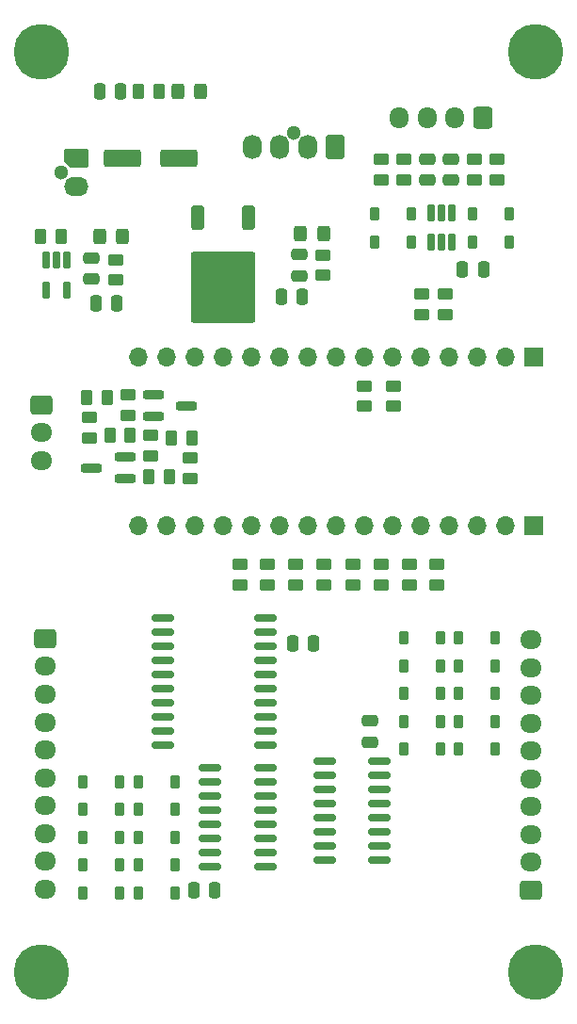
<source format=gbr>
%TF.GenerationSoftware,KiCad,Pcbnew,9.0.5*%
%TF.CreationDate,2025-11-03T04:05:24-05:00*%
%TF.ProjectId,FinishControllerBoard_v1,46696e69-7368-4436-9f6e-74726f6c6c65,rev?*%
%TF.SameCoordinates,Original*%
%TF.FileFunction,Soldermask,Top*%
%TF.FilePolarity,Negative*%
%FSLAX46Y46*%
G04 Gerber Fmt 4.6, Leading zero omitted, Abs format (unit mm)*
G04 Created by KiCad (PCBNEW 9.0.5) date 2025-11-03 04:05:24*
%MOMM*%
%LPD*%
G01*
G04 APERTURE LIST*
G04 Aperture macros list*
%AMRoundRect*
0 Rectangle with rounded corners*
0 $1 Rounding radius*
0 $2 $3 $4 $5 $6 $7 $8 $9 X,Y pos of 4 corners*
0 Add a 4 corners polygon primitive as box body*
4,1,4,$2,$3,$4,$5,$6,$7,$8,$9,$2,$3,0*
0 Add four circle primitives for the rounded corners*
1,1,$1+$1,$2,$3*
1,1,$1+$1,$4,$5*
1,1,$1+$1,$6,$7*
1,1,$1+$1,$8,$9*
0 Add four rect primitives between the rounded corners*
20,1,$1+$1,$2,$3,$4,$5,0*
20,1,$1+$1,$4,$5,$6,$7,0*
20,1,$1+$1,$6,$7,$8,$9,0*
20,1,$1+$1,$8,$9,$2,$3,0*%
%AMFreePoly0*
4,1,22,0.945671,0.830970,1.026777,0.776777,1.080970,0.695671,1.100000,0.600000,1.100000,-0.600000,1.080970,-0.695671,1.026777,-0.776777,0.945671,-0.830970,0.850000,-0.850000,-0.450000,-0.850000,-0.545671,-0.830970,-0.626777,-0.776777,-1.026777,-0.376777,-1.080970,-0.295671,-1.100000,-0.200000,-1.100000,0.600000,-1.080970,0.695671,-1.026777,0.776777,-0.945671,0.830970,-0.850000,0.850000,
0.850000,0.850000,0.945671,0.830970,0.945671,0.830970,$1*%
G04 Aperture macros list end*
%ADD10C,5.000000*%
%ADD11RoundRect,0.250000X0.450000X-0.262500X0.450000X0.262500X-0.450000X0.262500X-0.450000X-0.262500X0*%
%ADD12RoundRect,0.225000X-0.225000X-0.375000X0.225000X-0.375000X0.225000X0.375000X-0.225000X0.375000X0*%
%ADD13RoundRect,0.250000X-0.325000X-0.450000X0.325000X-0.450000X0.325000X0.450000X-0.325000X0.450000X0*%
%ADD14RoundRect,0.250000X-0.450000X0.262500X-0.450000X-0.262500X0.450000X-0.262500X0.450000X0.262500X0*%
%ADD15RoundRect,0.250000X0.475000X-0.250000X0.475000X0.250000X-0.475000X0.250000X-0.475000X-0.250000X0*%
%ADD16RoundRect,0.250000X0.262500X0.450000X-0.262500X0.450000X-0.262500X-0.450000X0.262500X-0.450000X0*%
%ADD17RoundRect,0.162500X-0.162500X0.617500X-0.162500X-0.617500X0.162500X-0.617500X0.162500X0.617500X0*%
%ADD18RoundRect,0.200000X-0.750000X-0.200000X0.750000X-0.200000X0.750000X0.200000X-0.750000X0.200000X0*%
%ADD19RoundRect,0.225000X0.225000X0.375000X-0.225000X0.375000X-0.225000X-0.375000X0.225000X-0.375000X0*%
%ADD20RoundRect,0.250000X0.725000X-0.600000X0.725000X0.600000X-0.725000X0.600000X-0.725000X-0.600000X0*%
%ADD21O,1.950000X1.700000*%
%ADD22RoundRect,0.250000X-0.725000X0.600000X-0.725000X-0.600000X0.725000X-0.600000X0.725000X0.600000X0*%
%ADD23RoundRect,0.250000X-0.250000X-0.475000X0.250000X-0.475000X0.250000X0.475000X-0.250000X0.475000X0*%
%ADD24RoundRect,0.250000X0.250000X0.475000X-0.250000X0.475000X-0.250000X-0.475000X0.250000X-0.475000X0*%
%ADD25RoundRect,0.200000X0.750000X0.200000X-0.750000X0.200000X-0.750000X-0.200000X0.750000X-0.200000X0*%
%ADD26C,1.300000*%
%ADD27RoundRect,0.250000X-0.600000X0.850000X-0.600000X-0.850000X0.600000X-0.850000X0.600000X0.850000X0*%
%ADD28O,1.700000X2.200000*%
%ADD29RoundRect,0.250000X-0.262500X-0.450000X0.262500X-0.450000X0.262500X0.450000X-0.262500X0.450000X0*%
%ADD30RoundRect,0.150000X-0.825000X-0.150000X0.825000X-0.150000X0.825000X0.150000X-0.825000X0.150000X0*%
%ADD31RoundRect,0.250000X-1.412500X-0.550000X1.412500X-0.550000X1.412500X0.550000X-1.412500X0.550000X0*%
%ADD32R,1.700000X1.700000*%
%ADD33O,1.700000X1.700000*%
%ADD34RoundRect,0.250000X-0.350000X0.850000X-0.350000X-0.850000X0.350000X-0.850000X0.350000X0.850000X0*%
%ADD35RoundRect,0.250000X-2.650000X2.950000X-2.650000X-2.950000X2.650000X-2.950000X2.650000X2.950000X0*%
%ADD36RoundRect,0.250000X0.325000X0.450000X-0.325000X0.450000X-0.325000X-0.450000X0.325000X-0.450000X0*%
%ADD37RoundRect,0.250000X0.600000X0.725000X-0.600000X0.725000X-0.600000X-0.725000X0.600000X-0.725000X0*%
%ADD38O,1.700000X1.950000*%
%ADD39FreePoly0,0.000000*%
%ADD40O,2.200000X1.700000*%
%ADD41RoundRect,0.150000X-0.875000X-0.150000X0.875000X-0.150000X0.875000X0.150000X-0.875000X0.150000X0*%
%ADD42RoundRect,0.150000X0.825000X0.150000X-0.825000X0.150000X-0.825000X-0.150000X0.825000X-0.150000X0*%
G04 APERTURE END LIST*
D10*
%TO.C,H1*%
X183673940Y32586080D03*
%TD*%
D11*
%TO.C,R8*%
X216800000Y-15325000D03*
X216800000Y-13500000D03*
%TD*%
%TO.C,R24*%
X206500000Y-15325000D03*
X206500000Y-13500000D03*
%TD*%
D12*
%TO.C,D9*%
X216250000Y-22600000D03*
X219550000Y-22600000D03*
%TD*%
D11*
%TO.C,R19*%
X211700000Y-15325000D03*
X211700000Y-13500000D03*
%TD*%
%TO.C,R18*%
X214200000Y-15325000D03*
X214200000Y-13500000D03*
%TD*%
D13*
%TO.C,D15*%
X206975000Y16212500D03*
X209025000Y16212500D03*
%TD*%
D12*
%TO.C,D1*%
X222400000Y18000000D03*
X225700000Y18000000D03*
%TD*%
D11*
%TO.C,R22*%
X197040000Y-5762500D03*
X197040000Y-3937500D03*
%TD*%
D13*
%TO.C,D16*%
X188900000Y16000000D03*
X190950000Y16000000D03*
%TD*%
D14*
%TO.C,R2*%
X224600000Y22912500D03*
X224600000Y21087500D03*
%TD*%
%TO.C,R4*%
X216300000Y22912500D03*
X216300000Y21087500D03*
%TD*%
D15*
%TO.C,C5*%
X188125000Y12150000D03*
X188125000Y14050000D03*
%TD*%
D16*
%TO.C,R21*%
X195152500Y-5600000D03*
X193327500Y-5600000D03*
%TD*%
D17*
%TO.C,U3*%
X220600000Y18150000D03*
X219650000Y18150000D03*
X218700000Y18150000D03*
X218700000Y15450000D03*
X219650000Y15450000D03*
X220600000Y15450000D03*
%TD*%
D12*
%TO.C,D10*%
X221150000Y-22600000D03*
X224450000Y-22600000D03*
%TD*%
D18*
%TO.C,Q1*%
X193740000Y1737500D03*
X193740000Y-162500D03*
X196740000Y787500D03*
%TD*%
D19*
%TO.C,D12*%
X190650000Y-40500000D03*
X187350000Y-40500000D03*
%TD*%
D14*
%TO.C,R1*%
X222600000Y22912500D03*
X222600000Y21087500D03*
%TD*%
D19*
%TO.C,D11*%
X195650000Y-40500000D03*
X192350000Y-40500000D03*
%TD*%
D16*
%TO.C,R16*%
X197202500Y-2100000D03*
X195377500Y-2100000D03*
%TD*%
D12*
%TO.C,D6*%
X221150000Y-20100000D03*
X224450000Y-20100000D03*
%TD*%
%TO.C,D4*%
X213600000Y15500000D03*
X216900000Y15500000D03*
%TD*%
D11*
%TO.C,R12*%
X217900000Y9000000D03*
X217900000Y10825000D03*
%TD*%
D14*
%TO.C,R11*%
X191440000Y1762500D03*
X191440000Y-62500D03*
%TD*%
D20*
%TO.C,J4*%
X227700000Y-42750000D03*
D21*
X227700000Y-40250000D03*
X227700000Y-37750000D03*
X227700000Y-35250000D03*
X227700000Y-32750000D03*
X227700000Y-30250000D03*
X227700000Y-27750000D03*
X227700000Y-25250000D03*
X227700000Y-22750000D03*
X227700000Y-20250000D03*
%TD*%
D14*
%TO.C,R5*%
X215340000Y2562500D03*
X215340000Y737500D03*
%TD*%
D22*
%TO.C,J5*%
X184000000Y-20150000D03*
D21*
X184000000Y-22650000D03*
X184000000Y-25150000D03*
X184000000Y-27650000D03*
X184000000Y-30150000D03*
X184000000Y-32650000D03*
X184000000Y-35150000D03*
X184000000Y-37650000D03*
X184000000Y-40150000D03*
X184000000Y-42650000D03*
%TD*%
D17*
%TO.C,U7*%
X185950000Y13850000D03*
X185000000Y13850000D03*
X184050000Y13850000D03*
X184050000Y11150000D03*
X185950000Y11150000D03*
%TD*%
D15*
%TO.C,C11*%
X206900000Y12462500D03*
X206900000Y14362500D03*
%TD*%
D16*
%TO.C,R17*%
X189552500Y1550000D03*
X187727500Y1550000D03*
%TD*%
D23*
%TO.C,C3*%
X206250000Y-20600000D03*
X208150000Y-20600000D03*
%TD*%
D14*
%TO.C,R10*%
X190325000Y13912500D03*
X190325000Y12087500D03*
%TD*%
D24*
%TO.C,C4*%
X223450000Y13000000D03*
X221550000Y13000000D03*
%TD*%
D12*
%TO.C,D41*%
X216250000Y-30100000D03*
X219550000Y-30100000D03*
%TD*%
D15*
%TO.C,C2*%
X218400000Y21050000D03*
X218400000Y22950000D03*
%TD*%
D11*
%TO.C,R14*%
X193490000Y-3712500D03*
X193490000Y-1887500D03*
%TD*%
D19*
%TO.C,D7*%
X195650000Y-43000000D03*
X192350000Y-43000000D03*
%TD*%
D11*
%TO.C,R26*%
X201500000Y-15312500D03*
X201500000Y-13487500D03*
%TD*%
D19*
%TO.C,D36*%
X190650000Y-38000000D03*
X187350000Y-38000000D03*
%TD*%
D15*
%TO.C,C1*%
X220500000Y21050000D03*
X220500000Y22950000D03*
%TD*%
D25*
%TO.C,Q2*%
X191190000Y-5737500D03*
X191190000Y-3837500D03*
X188190000Y-4787500D03*
%TD*%
D19*
%TO.C,D3*%
X216900000Y18000000D03*
X213600000Y18000000D03*
%TD*%
%TO.C,D2*%
X225700000Y15500000D03*
X222400000Y15500000D03*
%TD*%
D26*
%TO.C,J6*%
X206350000Y25340000D03*
D27*
X210100000Y24000000D03*
D28*
X207600000Y24000000D03*
X205100000Y24000000D03*
X202600000Y24000000D03*
%TD*%
D24*
%TO.C,C12*%
X207150000Y10612500D03*
X205250000Y10612500D03*
%TD*%
D15*
%TO.C,C13*%
X213200000Y-29450000D03*
X213200000Y-27550000D03*
%TD*%
D29*
%TO.C,R28*%
X183587500Y16000000D03*
X185412500Y16000000D03*
%TD*%
D24*
%TO.C,C10*%
X190787500Y29000000D03*
X188887500Y29000000D03*
%TD*%
D10*
%TO.C,H4*%
X228123160Y-50089840D03*
%TD*%
D19*
%TO.C,D8*%
X190650000Y-43000000D03*
X187350000Y-43000000D03*
%TD*%
D12*
%TO.C,D42*%
X221150000Y-30100000D03*
X224450000Y-30100000D03*
%TD*%
D19*
%TO.C,D39*%
X195650000Y-35500000D03*
X192350000Y-35500000D03*
%TD*%
%TO.C,D40*%
X190650000Y-35500000D03*
X187350000Y-35500000D03*
%TD*%
D12*
%TO.C,D38*%
X221150000Y-27600000D03*
X224450000Y-27600000D03*
%TD*%
D30*
%TO.C,U2*%
X209125000Y-31155000D03*
X209125000Y-32425000D03*
X209125000Y-33695000D03*
X209125000Y-34965000D03*
X209125000Y-36235000D03*
X209125000Y-37505000D03*
X209125000Y-38775000D03*
X209125000Y-40045000D03*
X214075000Y-40045000D03*
X214075000Y-38775000D03*
X214075000Y-37505000D03*
X214075000Y-36235000D03*
X214075000Y-34965000D03*
X214075000Y-33695000D03*
X214075000Y-32425000D03*
X214075000Y-31155000D03*
%TD*%
D12*
%TO.C,D5*%
X216250000Y-20100000D03*
X219550000Y-20100000D03*
%TD*%
D31*
%TO.C,C9*%
X190962500Y23000000D03*
X196037500Y23000000D03*
%TD*%
D11*
%TO.C,R25*%
X204000000Y-15325000D03*
X204000000Y-13500000D03*
%TD*%
D32*
%TO.C,J9*%
X227980000Y-10000000D03*
D33*
X225440000Y-10000000D03*
X222900000Y-10000000D03*
X220360000Y-10000000D03*
X217820000Y-10000000D03*
X215280000Y-10000000D03*
X212740000Y-10000000D03*
X210200000Y-10000000D03*
X207660000Y-10000000D03*
X205120000Y-10000000D03*
X202580000Y-10000000D03*
X200040000Y-10000000D03*
X197500000Y-10000000D03*
X194960000Y-10000000D03*
X192420000Y-10000000D03*
%TD*%
D34*
%TO.C,U4*%
X202280000Y17700000D03*
D35*
X200000000Y11400000D03*
D34*
X197720000Y17700000D03*
%TD*%
D11*
%TO.C,R20*%
X187940000Y-2112500D03*
X187940000Y-287500D03*
%TD*%
D12*
%TO.C,D13*%
X216250000Y-25100000D03*
X219550000Y-25100000D03*
%TD*%
D11*
%TO.C,R23*%
X209100000Y-15325000D03*
X209100000Y-13500000D03*
%TD*%
D23*
%TO.C,C14*%
X197350000Y-42800000D03*
X199250000Y-42800000D03*
%TD*%
D10*
%TO.C,H2*%
X228123160Y32586080D03*
%TD*%
D36*
%TO.C,D17*%
X198000000Y29000000D03*
X195950000Y29000000D03*
%TD*%
D22*
%TO.C,J2*%
X183640000Y850000D03*
D21*
X183640000Y-1650000D03*
X183640000Y-4150000D03*
%TD*%
D14*
%TO.C,R6*%
X212740000Y2562500D03*
X212740000Y737500D03*
%TD*%
D19*
%TO.C,D44*%
X190650000Y-33000000D03*
X187350000Y-33000000D03*
%TD*%
D23*
%TO.C,C6*%
X188550000Y10000000D03*
X190450000Y10000000D03*
%TD*%
D37*
%TO.C,J1*%
X223350000Y26650000D03*
D38*
X220850000Y26650000D03*
X218350000Y26650000D03*
X215850000Y26650000D03*
%TD*%
D14*
%TO.C,R3*%
X214200000Y22912500D03*
X214200000Y21087500D03*
%TD*%
D11*
%TO.C,R13*%
X220000000Y9000000D03*
X220000000Y10825000D03*
%TD*%
D12*
%TO.C,D37*%
X216250000Y-27600000D03*
X219550000Y-27600000D03*
%TD*%
D29*
%TO.C,R15*%
X189827500Y-1900000D03*
X191652500Y-1900000D03*
%TD*%
D19*
%TO.C,D35*%
X195650000Y-38000000D03*
X192350000Y-38000000D03*
%TD*%
D32*
%TO.C,J8*%
X227980000Y5203860D03*
D33*
X225440000Y5203860D03*
X222900000Y5203860D03*
X220360000Y5203860D03*
X217820000Y5203860D03*
X215280000Y5203860D03*
X212740000Y5203860D03*
X210200000Y5203860D03*
X207660000Y5203860D03*
X205120000Y5203860D03*
X202580000Y5203860D03*
X200040000Y5203860D03*
X197500000Y5203860D03*
X194960000Y5203860D03*
X192420000Y5203860D03*
%TD*%
D10*
%TO.C,H3*%
X183673940Y-50089840D03*
%TD*%
D14*
%TO.C,R27*%
X209000000Y14325000D03*
X209000000Y12500000D03*
%TD*%
D26*
%TO.C,J3*%
X185460000Y21750000D03*
D39*
X186800000Y23000000D03*
D40*
X186800000Y20500000D03*
%TD*%
D41*
%TO.C,U5*%
X194550000Y-18285000D03*
X194550000Y-19555000D03*
X194550000Y-20825000D03*
X194550000Y-22095000D03*
X194550000Y-23365000D03*
X194550000Y-24635000D03*
X194550000Y-25905000D03*
X194550000Y-27175000D03*
X194550000Y-28445000D03*
X194550000Y-29715000D03*
X203850000Y-29715000D03*
X203850000Y-28445000D03*
X203850000Y-27175000D03*
X203850000Y-25905000D03*
X203850000Y-24635000D03*
X203850000Y-23365000D03*
X203850000Y-22095000D03*
X203850000Y-20825000D03*
X203850000Y-19555000D03*
X203850000Y-18285000D03*
%TD*%
D16*
%TO.C,R9*%
X194250000Y29000000D03*
X192425000Y29000000D03*
%TD*%
D42*
%TO.C,U1*%
X203775000Y-40645000D03*
X203775000Y-39375000D03*
X203775000Y-38105000D03*
X203775000Y-36835000D03*
X203775000Y-35565000D03*
X203775000Y-34295000D03*
X203775000Y-33025000D03*
X203775000Y-31755000D03*
X198825000Y-31755000D03*
X198825000Y-33025000D03*
X198825000Y-34295000D03*
X198825000Y-35565000D03*
X198825000Y-36835000D03*
X198825000Y-38105000D03*
X198825000Y-39375000D03*
X198825000Y-40645000D03*
%TD*%
D11*
%TO.C,R7*%
X219200000Y-15325000D03*
X219200000Y-13500000D03*
%TD*%
D19*
%TO.C,D43*%
X195650000Y-33000000D03*
X192350000Y-33000000D03*
%TD*%
D12*
%TO.C,D14*%
X221150000Y-25100000D03*
X224450000Y-25100000D03*
%TD*%
M02*

</source>
